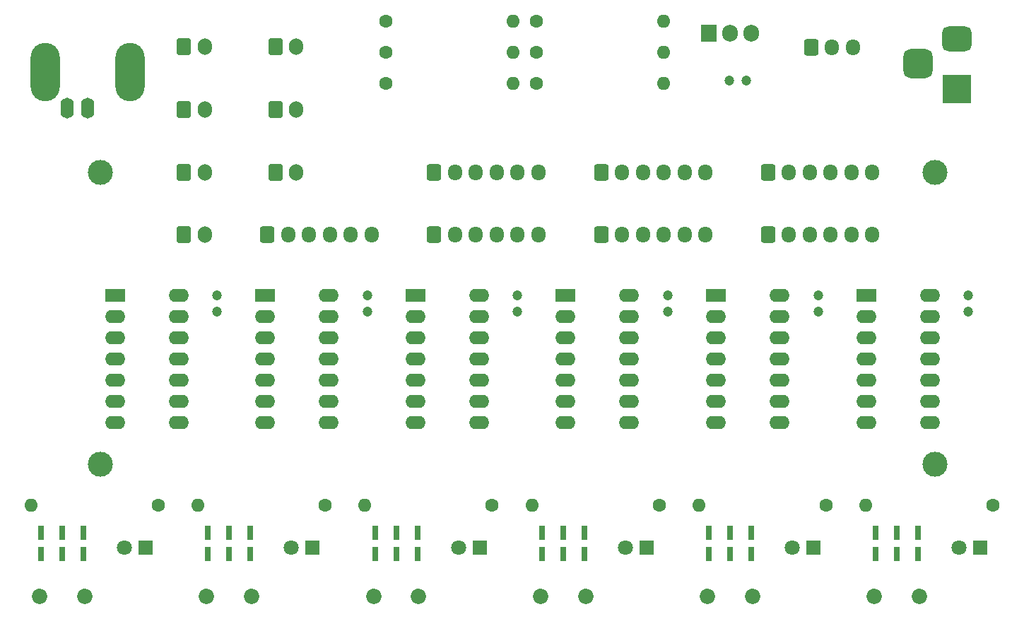
<source format=gbr>
%TF.GenerationSoftware,KiCad,Pcbnew,7.0.8*%
%TF.CreationDate,2024-02-13T18:26:10+01:00*%
%TF.ProjectId,BlankingRelay_Base,426c616e-6b69-46e6-9752-656c61795f42,rev?*%
%TF.SameCoordinates,Original*%
%TF.FileFunction,Soldermask,Top*%
%TF.FilePolarity,Negative*%
%FSLAX46Y46*%
G04 Gerber Fmt 4.6, Leading zero omitted, Abs format (unit mm)*
G04 Created by KiCad (PCBNEW 7.0.8) date 2024-02-13 18:26:10*
%MOMM*%
%LPD*%
G01*
G04 APERTURE LIST*
G04 Aperture macros list*
%AMRoundRect*
0 Rectangle with rounded corners*
0 $1 Rounding radius*
0 $2 $3 $4 $5 $6 $7 $8 $9 X,Y pos of 4 corners*
0 Add a 4 corners polygon primitive as box body*
4,1,4,$2,$3,$4,$5,$6,$7,$8,$9,$2,$3,0*
0 Add four circle primitives for the rounded corners*
1,1,$1+$1,$2,$3*
1,1,$1+$1,$4,$5*
1,1,$1+$1,$6,$7*
1,1,$1+$1,$8,$9*
0 Add four rect primitives between the rounded corners*
20,1,$1+$1,$2,$3,$4,$5,0*
20,1,$1+$1,$4,$5,$6,$7,0*
20,1,$1+$1,$6,$7,$8,$9,0*
20,1,$1+$1,$8,$9,$2,$3,0*%
G04 Aperture macros list end*
%ADD10O,1.700000X2.000000*%
%ADD11RoundRect,0.250000X-0.600000X-0.750000X0.600000X-0.750000X0.600000X0.750000X-0.600000X0.750000X0*%
%ADD12O,1.700000X1.950000*%
%ADD13RoundRect,0.250000X-0.600000X-0.725000X0.600000X-0.725000X0.600000X0.725000X-0.600000X0.725000X0*%
%ADD14R,2.400000X1.600000*%
%ADD15O,2.400000X1.600000*%
%ADD16C,1.850000*%
%ADD17R,0.750000X1.750000*%
%ADD18C,1.200000*%
%ADD19C,1.600000*%
%ADD20O,1.600000X1.600000*%
%ADD21R,1.800000X1.800000*%
%ADD22C,1.800000*%
%ADD23R,1.905000X2.000000*%
%ADD24O,1.905000X2.000000*%
%ADD25C,3.000000*%
%ADD26O,1.600200X2.499360*%
%ADD27O,3.500120X7.000240*%
%ADD28R,3.500000X3.500000*%
%ADD29RoundRect,0.750000X-1.000000X0.750000X-1.000000X-0.750000X1.000000X-0.750000X1.000000X0.750000X0*%
%ADD30RoundRect,0.875000X-0.875000X0.875000X-0.875000X-0.875000X0.875000X-0.875000X0.875000X0.875000X0*%
G04 APERTURE END LIST*
D10*
%TO.C,J12*%
X72500000Y-70000000D03*
D11*
X70000000Y-70000000D03*
%TD*%
%TO.C,J13*%
X81000000Y-70000000D03*
D10*
X83500000Y-70000000D03*
%TD*%
%TO.C,J11*%
X72500000Y-77500000D03*
D11*
X70000000Y-77500000D03*
%TD*%
D12*
%TO.C,J5*%
X112500000Y-70000000D03*
X110000000Y-70000000D03*
X107500000Y-70000000D03*
X105000000Y-70000000D03*
X102500000Y-70000000D03*
D13*
X100000000Y-70000000D03*
%TD*%
%TO.C,J6*%
X120000000Y-77500000D03*
D12*
X122500000Y-77500000D03*
X125000000Y-77500000D03*
X127500000Y-77500000D03*
X130000000Y-77500000D03*
X132500000Y-77500000D03*
%TD*%
D13*
%TO.C,J8*%
X140000000Y-77500000D03*
D12*
X142500000Y-77500000D03*
X145000000Y-77500000D03*
X147500000Y-77500000D03*
X150000000Y-77500000D03*
X152500000Y-77500000D03*
%TD*%
D10*
%TO.C,J17*%
X83500000Y-55000000D03*
D11*
X81000000Y-55000000D03*
%TD*%
D10*
%TO.C,J16*%
X72500000Y-55000000D03*
D11*
X70000000Y-55000000D03*
%TD*%
D10*
%TO.C,J15*%
X83500000Y-62500000D03*
D11*
X81000000Y-62500000D03*
%TD*%
%TO.C,J14*%
X70000000Y-62500000D03*
D10*
X72500000Y-62500000D03*
%TD*%
D13*
%TO.C,J9*%
X140000000Y-70000000D03*
D12*
X142500000Y-70000000D03*
X145000000Y-70000000D03*
X147500000Y-70000000D03*
X150000000Y-70000000D03*
X152500000Y-70000000D03*
%TD*%
D13*
%TO.C,J7*%
X120000000Y-70000000D03*
D12*
X122500000Y-70000000D03*
X125000000Y-70000000D03*
X127500000Y-70000000D03*
X130000000Y-70000000D03*
X132500000Y-70000000D03*
%TD*%
D13*
%TO.C,J4*%
X100000000Y-77500000D03*
D12*
X102500000Y-77500000D03*
X105000000Y-77500000D03*
X107500000Y-77500000D03*
X110000000Y-77500000D03*
X112500000Y-77500000D03*
%TD*%
D13*
%TO.C,J3*%
X80000000Y-77500000D03*
D12*
X82500000Y-77500000D03*
X85000000Y-77500000D03*
X87500000Y-77500000D03*
X90000000Y-77500000D03*
X92500000Y-77500000D03*
%TD*%
D14*
%TO.C,U4*%
X115750000Y-84750000D03*
D15*
X115750000Y-87290000D03*
X115750000Y-89830000D03*
X115750000Y-92370000D03*
X115750000Y-94910000D03*
X115750000Y-97450000D03*
X115750000Y-99990000D03*
X123370000Y-99990000D03*
X123370000Y-97450000D03*
X123370000Y-94910000D03*
X123370000Y-92370000D03*
X123370000Y-89830000D03*
X123370000Y-87290000D03*
X123370000Y-84750000D03*
%TD*%
D14*
%TO.C,U6*%
X151750000Y-84750000D03*
D15*
X151750000Y-87290000D03*
X151750000Y-89830000D03*
X151750000Y-92370000D03*
X151750000Y-94910000D03*
X151750000Y-97450000D03*
X151750000Y-99990000D03*
X159370000Y-99990000D03*
X159370000Y-97450000D03*
X159370000Y-94910000D03*
X159370000Y-92370000D03*
X159370000Y-89830000D03*
X159370000Y-87290000D03*
X159370000Y-84750000D03*
%TD*%
D14*
%TO.C,U5*%
X133750000Y-84750000D03*
D15*
X133750000Y-87290000D03*
X133750000Y-89830000D03*
X133750000Y-92370000D03*
X133750000Y-94910000D03*
X133750000Y-97450000D03*
X133750000Y-99990000D03*
X141370000Y-99990000D03*
X141370000Y-97450000D03*
X141370000Y-94910000D03*
X141370000Y-92370000D03*
X141370000Y-89830000D03*
X141370000Y-87290000D03*
X141370000Y-84750000D03*
%TD*%
D16*
%TO.C,Switch6*%
X152750000Y-120850000D03*
X158150000Y-120850000D03*
D17*
X152910000Y-113230000D03*
X155450000Y-113230000D03*
X157990000Y-113230000D03*
X152910000Y-115770000D03*
X155450000Y-115770000D03*
X157990000Y-115770000D03*
%TD*%
D14*
%TO.C,U3*%
X97750000Y-84750000D03*
D15*
X97750000Y-87290000D03*
X97750000Y-89830000D03*
X97750000Y-92370000D03*
X97750000Y-94910000D03*
X97750000Y-97450000D03*
X97750000Y-99990000D03*
X105370000Y-99990000D03*
X105370000Y-97450000D03*
X105370000Y-94910000D03*
X105370000Y-92370000D03*
X105370000Y-89830000D03*
X105370000Y-87290000D03*
X105370000Y-84750000D03*
%TD*%
D14*
%TO.C,U2*%
X79750000Y-84750000D03*
D15*
X79750000Y-87290000D03*
X79750000Y-89830000D03*
X79750000Y-92370000D03*
X79750000Y-94910000D03*
X79750000Y-97450000D03*
X79750000Y-99990000D03*
X87370000Y-99990000D03*
X87370000Y-97450000D03*
X87370000Y-94910000D03*
X87370000Y-92370000D03*
X87370000Y-89830000D03*
X87370000Y-87290000D03*
X87370000Y-84750000D03*
%TD*%
D14*
%TO.C,U1*%
X61750000Y-84750000D03*
D15*
X61750000Y-87290000D03*
X61750000Y-89830000D03*
X61750000Y-92370000D03*
X61750000Y-94910000D03*
X61750000Y-97450000D03*
X61750000Y-99990000D03*
X69370000Y-99990000D03*
X69370000Y-97450000D03*
X69370000Y-94910000D03*
X69370000Y-92370000D03*
X69370000Y-89830000D03*
X69370000Y-87290000D03*
X69370000Y-84750000D03*
%TD*%
D18*
%TO.C,C7*%
X164000000Y-84750000D03*
X164000000Y-86750000D03*
%TD*%
%TO.C,C6*%
X146000000Y-84750000D03*
X146000000Y-86750000D03*
%TD*%
%TO.C,C5*%
X128000000Y-84750000D03*
X128000000Y-86750000D03*
%TD*%
%TO.C,C4*%
X110000000Y-84750000D03*
X110000000Y-86750000D03*
%TD*%
%TO.C,C3*%
X92000000Y-84750000D03*
X92000000Y-86750000D03*
%TD*%
%TO.C,C2*%
X74000000Y-84750000D03*
X74000000Y-86750000D03*
%TD*%
D19*
%TO.C,R2*%
X86950000Y-109950000D03*
D20*
X71710000Y-109950000D03*
%TD*%
D21*
%TO.C,D2*%
X85450000Y-114950000D03*
D22*
X82910000Y-114950000D03*
%TD*%
D19*
%TO.C,R10*%
X94210000Y-55650000D03*
D20*
X109450000Y-55650000D03*
%TD*%
D16*
%TO.C,Switch5*%
X132750000Y-120850000D03*
X138150000Y-120850000D03*
D17*
X132910000Y-113230000D03*
X135450000Y-113230000D03*
X137990000Y-113230000D03*
X132910000Y-115770000D03*
X135450000Y-115770000D03*
X137990000Y-115770000D03*
%TD*%
D23*
%TO.C,U7*%
X132870000Y-53350000D03*
D24*
X135410000Y-53350000D03*
X137950000Y-53350000D03*
%TD*%
D25*
%TO.C,H4*%
X60000000Y-70000000D03*
%TD*%
D21*
%TO.C,D5*%
X145450000Y-114950000D03*
D22*
X142910000Y-114950000D03*
%TD*%
D19*
%TO.C,R9*%
X112230000Y-55650000D03*
D20*
X127470000Y-55650000D03*
%TD*%
D21*
%TO.C,D6*%
X165450000Y-114950000D03*
D22*
X162910000Y-114950000D03*
%TD*%
D13*
%TO.C,J1*%
X145150000Y-55050000D03*
D12*
X147650000Y-55050000D03*
X150150000Y-55050000D03*
%TD*%
D26*
%TO.C,J2*%
X58500000Y-62301050D03*
D27*
X53402220Y-58036390D03*
D26*
X56000640Y-62301050D03*
D27*
X63600320Y-58036390D03*
%TD*%
D28*
%TO.C,J10*%
X162650000Y-60000000D03*
D29*
X162650000Y-54000000D03*
D30*
X157950000Y-57000000D03*
%TD*%
D18*
%TO.C,C1*%
X137400000Y-59050000D03*
X135400000Y-59050000D03*
%TD*%
D16*
%TO.C,Switch2*%
X72750000Y-120850000D03*
X78150000Y-120850000D03*
D17*
X72910000Y-113230000D03*
X75450000Y-113230000D03*
X77990000Y-113230000D03*
X72910000Y-115770000D03*
X75450000Y-115770000D03*
X77990000Y-115770000D03*
%TD*%
D25*
%TO.C,H2*%
X160000000Y-105000000D03*
%TD*%
D16*
%TO.C,Switch4*%
X112750000Y-120850000D03*
X118150000Y-120850000D03*
D17*
X112910000Y-113230000D03*
X115450000Y-113230000D03*
X117990000Y-113230000D03*
X112910000Y-115770000D03*
X115450000Y-115770000D03*
X117990000Y-115770000D03*
%TD*%
D16*
%TO.C,Switch3*%
X92750000Y-120850000D03*
X98150000Y-120850000D03*
D17*
X92910000Y-113230000D03*
X95450000Y-113230000D03*
X97990000Y-113230000D03*
X92910000Y-115770000D03*
X95450000Y-115770000D03*
X97990000Y-115770000D03*
%TD*%
D19*
%TO.C,R4*%
X126950000Y-109950000D03*
D20*
X111710000Y-109950000D03*
%TD*%
D19*
%TO.C,R3*%
X106950000Y-109950000D03*
D20*
X91710000Y-109950000D03*
%TD*%
D21*
%TO.C,D1*%
X65450000Y-114950000D03*
D22*
X62910000Y-114950000D03*
%TD*%
D25*
%TO.C,H3*%
X160000000Y-70000000D03*
%TD*%
D19*
%TO.C,R5*%
X146950000Y-109950000D03*
D20*
X131710000Y-109950000D03*
%TD*%
D16*
%TO.C,Switch1*%
X52750000Y-120850000D03*
X58150000Y-120850000D03*
D17*
X52910000Y-113230000D03*
X55450000Y-113230000D03*
X57990000Y-113230000D03*
X52910000Y-115770000D03*
X55450000Y-115770000D03*
X57990000Y-115770000D03*
%TD*%
D25*
%TO.C,H1*%
X60000000Y-105000000D03*
%TD*%
D19*
%TO.C,R12*%
X94190000Y-51950000D03*
D20*
X109430000Y-51950000D03*
%TD*%
D19*
%TO.C,R7*%
X112230000Y-51950000D03*
D20*
X127470000Y-51950000D03*
%TD*%
D21*
%TO.C,D4*%
X125450000Y-114950000D03*
D22*
X122910000Y-114950000D03*
%TD*%
D19*
%TO.C,R6*%
X166950000Y-109950000D03*
D20*
X151710000Y-109950000D03*
%TD*%
D19*
%TO.C,R8*%
X94230000Y-59350000D03*
D20*
X109470000Y-59350000D03*
%TD*%
D21*
%TO.C,D3*%
X105450000Y-114950000D03*
D22*
X102910000Y-114950000D03*
%TD*%
D19*
%TO.C,R11*%
X112230000Y-59350000D03*
D20*
X127470000Y-59350000D03*
%TD*%
D19*
%TO.C,R1*%
X66950000Y-109950000D03*
D20*
X51710000Y-109950000D03*
%TD*%
M02*

</source>
